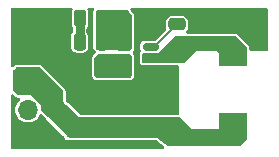
<source format=gbr>
%TF.GenerationSoftware,KiCad,Pcbnew,9.0.6+1*%
%TF.CreationDate,2026-01-19T09:17:55-08:00*%
%TF.ProjectId,yorp,796f7270-2e6b-4696-9361-645f70636258,rev?*%
%TF.SameCoordinates,Original*%
%TF.FileFunction,Copper,L1,Top*%
%TF.FilePolarity,Positive*%
%FSLAX46Y46*%
G04 Gerber Fmt 4.6, Leading zero omitted, Abs format (unit mm)*
G04 Created by KiCad (PCBNEW 9.0.6+1) date 2026-01-19 09:17:55*
%MOMM*%
%LPD*%
G01*
G04 APERTURE LIST*
G04 Aperture macros list*
%AMRoundRect*
0 Rectangle with rounded corners*
0 $1 Rounding radius*
0 $2 $3 $4 $5 $6 $7 $8 $9 X,Y pos of 4 corners*
0 Add a 4 corners polygon primitive as box body*
4,1,4,$2,$3,$4,$5,$6,$7,$8,$9,$2,$3,0*
0 Add four circle primitives for the rounded corners*
1,1,$1+$1,$2,$3*
1,1,$1+$1,$4,$5*
1,1,$1+$1,$6,$7*
1,1,$1+$1,$8,$9*
0 Add four rect primitives between the rounded corners*
20,1,$1+$1,$2,$3,$4,$5,0*
20,1,$1+$1,$4,$5,$6,$7,0*
20,1,$1+$1,$6,$7,$8,$9,0*
20,1,$1+$1,$8,$9,$2,$3,0*%
G04 Aperture macros list end*
%TA.AperFunction,SMDPad,CuDef*%
%ADD10RoundRect,0.250000X0.325000X0.650000X-0.325000X0.650000X-0.325000X-0.650000X0.325000X-0.650000X0*%
%TD*%
%TA.AperFunction,SMDPad,CuDef*%
%ADD11RoundRect,0.250000X-0.262500X-0.450000X0.262500X-0.450000X0.262500X0.450000X-0.262500X0.450000X0*%
%TD*%
%TA.AperFunction,SMDPad,CuDef*%
%ADD12RoundRect,0.250000X0.650000X-0.325000X0.650000X0.325000X-0.650000X0.325000X-0.650000X-0.325000X0*%
%TD*%
%TA.AperFunction,SMDPad,CuDef*%
%ADD13RoundRect,0.250000X0.475000X-0.250000X0.475000X0.250000X-0.475000X0.250000X-0.475000X-0.250000X0*%
%TD*%
%TA.AperFunction,ComponentPad*%
%ADD14R,1.700000X1.700000*%
%TD*%
%TA.AperFunction,ComponentPad*%
%ADD15O,1.700000X1.700000*%
%TD*%
%TA.AperFunction,SMDPad,CuDef*%
%ADD16RoundRect,0.150000X-0.512500X-0.150000X0.512500X-0.150000X0.512500X0.150000X-0.512500X0.150000X0*%
%TD*%
%TA.AperFunction,SMDPad,CuDef*%
%ADD17R,2.400000X1.500000*%
%TD*%
%TA.AperFunction,SMDPad,CuDef*%
%ADD18RoundRect,0.250000X-0.250000X-0.475000X0.250000X-0.475000X0.250000X0.475000X-0.250000X0.475000X0*%
%TD*%
%TA.AperFunction,ViaPad*%
%ADD19C,0.600000*%
%TD*%
%TA.AperFunction,Conductor*%
%ADD20C,0.750000*%
%TD*%
%TA.AperFunction,Conductor*%
%ADD21C,0.200000*%
%TD*%
G04 APERTURE END LIST*
D10*
%TO.P,C7,1*%
%TO.N,/5V*%
X81197037Y-84363625D03*
%TO.P,C7,2*%
%TO.N,GND*%
X78247037Y-84363625D03*
%TD*%
D11*
%TO.P,R1,1*%
%TO.N,/3.6V*%
X79412500Y-80250000D03*
%TO.P,R1,2*%
%TO.N,Net-(U2-FB)*%
X81237500Y-80250000D03*
%TD*%
D12*
%TO.P,C2,1*%
%TO.N,/3.6V*%
X81450000Y-89800000D03*
%TO.P,C2,2*%
%TO.N,GND*%
X81450000Y-86850000D03*
%TD*%
D11*
%TO.P,R2,1*%
%TO.N,Net-(U2-FB)*%
X83062500Y-80250000D03*
%TO.P,R2,2*%
%TO.N,GND*%
X84887500Y-80250000D03*
%TD*%
D12*
%TO.P,C3,1*%
%TO.N,/3.6V*%
X83775000Y-89775000D03*
%TO.P,C3,2*%
%TO.N,GND*%
X83775000Y-86825000D03*
%TD*%
D13*
%TO.P,C5,1*%
%TO.N,Net-(U2-SW)*%
X87625000Y-82675000D03*
%TO.P,C5,2*%
%TO.N,Net-(U2-BST)*%
X87625000Y-80775000D03*
%TD*%
D14*
%TO.P,J1,1,Pin_1*%
%TO.N,GND*%
X75000000Y-82935000D03*
D15*
%TO.P,J1,2,Pin_2*%
%TO.N,/3.6V*%
X75000000Y-85475000D03*
%TO.P,J1,3,Pin_3*%
%TO.N,/5V*%
X75000000Y-88015000D03*
%TD*%
D16*
%TO.P,U2,1,FB*%
%TO.N,Net-(U2-FB)*%
X83112500Y-82650000D03*
%TO.P,U2,2,EN*%
%TO.N,/5V*%
X83112500Y-83600000D03*
%TO.P,U2,3,IN*%
X83112500Y-84550000D03*
%TO.P,U2,4,GND*%
%TO.N,GND*%
X85387500Y-84550000D03*
%TO.P,U2,5,SW*%
%TO.N,Net-(U2-SW)*%
X85387500Y-83600000D03*
%TO.P,U2,6,BST*%
%TO.N,Net-(U2-BST)*%
X85387500Y-82650000D03*
%TD*%
D12*
%TO.P,C4,1*%
%TO.N,/3.6V*%
X86075000Y-89775000D03*
%TO.P,C4,2*%
%TO.N,GND*%
X86075000Y-86825000D03*
%TD*%
%TO.P,C1,1*%
%TO.N,/3.6V*%
X79125000Y-89800000D03*
%TO.P,C1,2*%
%TO.N,GND*%
X79125000Y-86850000D03*
%TD*%
D17*
%TO.P,L1,1*%
%TO.N,Net-(U2-SW)*%
X92350000Y-83500000D03*
%TO.P,L1,2*%
%TO.N,/3.6V*%
X92350000Y-89000000D03*
%TD*%
D18*
%TO.P,C6,1*%
%TO.N,/3.6V*%
X79375000Y-82225000D03*
%TO.P,C6,2*%
%TO.N,Net-(U2-FB)*%
X81275000Y-82225000D03*
%TD*%
D19*
%TO.N,GND*%
X85350000Y-85250000D03*
X76300000Y-88900000D03*
X76200000Y-90300000D03*
X84925000Y-86525000D03*
X80250000Y-81246835D03*
X92050000Y-79750000D03*
X80500000Y-90900000D03*
X86975000Y-79750000D03*
X80425000Y-87650000D03*
X86075000Y-87675000D03*
X74400000Y-80600000D03*
X76900000Y-80600000D03*
X80425000Y-86500000D03*
X84250000Y-90900000D03*
X86500000Y-85250000D03*
X82600000Y-87650000D03*
X82600000Y-86500000D03*
X79500000Y-85825000D03*
X84925000Y-87675000D03*
X79250000Y-90900000D03*
X76350000Y-81300000D03*
X86275000Y-80600000D03*
X77250000Y-83175000D03*
X78000000Y-90900000D03*
X78300000Y-82350000D03*
X89525000Y-79750000D03*
X88250000Y-79750000D03*
X74900000Y-90300000D03*
X76500000Y-83975000D03*
X87250000Y-84750000D03*
X94700000Y-79750000D03*
X75050000Y-81300000D03*
X84250000Y-83000000D03*
X76750000Y-90900000D03*
X84250000Y-85250000D03*
X93425000Y-79750000D03*
X83000000Y-90900000D03*
X75650000Y-80600000D03*
X74250000Y-90900000D03*
X82200000Y-85825000D03*
X90800000Y-79750000D03*
X81750000Y-90900000D03*
X79400000Y-87650000D03*
X75500000Y-90900000D03*
%TO.N,/3.6V*%
X79375000Y-81225000D03*
%TO.N,/5V*%
X82175000Y-84450000D03*
X82175000Y-83700000D03*
%TD*%
D20*
%TO.N,/3.6V*%
X79375000Y-80287500D02*
X79375000Y-82225000D01*
X79412500Y-80250000D02*
X79375000Y-80287500D01*
D21*
X79375000Y-81225000D02*
X79375000Y-82225000D01*
X79412500Y-81187500D02*
X79412500Y-80250000D01*
X79375000Y-81225000D02*
X79412500Y-81187500D01*
%TO.N,Net-(U2-BST)*%
X87575000Y-80800000D02*
X87600000Y-80800000D01*
X87600000Y-80800000D02*
X87625000Y-80775000D01*
X87625000Y-80775000D02*
X87612500Y-80775000D01*
X87612500Y-80775000D02*
X85937500Y-82450000D01*
D20*
%TO.N,/5V*%
X75050000Y-88050000D02*
X75000000Y-88000000D01*
%TD*%
%TA.AperFunction,Conductor*%
%TO.N,/5V*%
G36*
X83717934Y-83322172D02*
G01*
X83763742Y-83374930D01*
X83775000Y-83426555D01*
X83775000Y-85072614D01*
X83770775Y-85104707D01*
X83747803Y-85190442D01*
X83711439Y-85250102D01*
X83648592Y-85280632D01*
X83628009Y-85282349D01*
X80828026Y-85281918D01*
X80760989Y-85262223D01*
X80740067Y-85245301D01*
X80661022Y-85165718D01*
X80627745Y-85104282D01*
X80625000Y-85078335D01*
X80625000Y-83651362D01*
X80644685Y-83584323D01*
X80661319Y-83563681D01*
X80883419Y-83341580D01*
X80944740Y-83308097D01*
X80970971Y-83305263D01*
X83650876Y-83302555D01*
X83717934Y-83322172D01*
G37*
%TD.AperFunction*%
%TD*%
%TA.AperFunction,Conductor*%
%TO.N,Net-(U2-FB)*%
G36*
X83390677Y-79569685D02*
G01*
X83411319Y-79586319D01*
X83738681Y-79913681D01*
X83772166Y-79975004D01*
X83775000Y-80001362D01*
X83775000Y-82822612D01*
X83770772Y-82854717D01*
X83770397Y-82856116D01*
X83738306Y-82911692D01*
X83736317Y-82913681D01*
X83734794Y-82914512D01*
X83734026Y-82915773D01*
X83720098Y-82922536D01*
X83674994Y-82947166D01*
X83648636Y-82950000D01*
X80976362Y-82950000D01*
X80909323Y-82930315D01*
X80888681Y-82913681D01*
X80786319Y-82811319D01*
X80752834Y-82749996D01*
X80750000Y-82723638D01*
X80750000Y-81314593D01*
X80750500Y-81312727D01*
X80750500Y-81180943D01*
X80750000Y-81179076D01*
X80750000Y-79751362D01*
X80769685Y-79684323D01*
X80786319Y-79663681D01*
X80863681Y-79586319D01*
X80925004Y-79552834D01*
X80951362Y-79550000D01*
X83323638Y-79550000D01*
X83390677Y-79569685D01*
G37*
%TD.AperFunction*%
%TD*%
%TA.AperFunction,Conductor*%
%TO.N,/3.6V*%
G36*
X76015677Y-84419685D02*
G01*
X76036319Y-84436319D01*
X77963681Y-86363681D01*
X77997166Y-86425004D01*
X78000000Y-86451362D01*
X78000000Y-87300000D01*
X78043756Y-87343756D01*
X78066705Y-87380277D01*
X78067864Y-87379665D01*
X78072206Y-87387881D01*
X78072207Y-87387882D01*
X78152850Y-87497150D01*
X78228244Y-87552793D01*
X78262118Y-87577793D01*
X78270337Y-87582137D01*
X78269723Y-87583298D01*
X78306243Y-87606243D01*
X79350000Y-88650000D01*
X87898638Y-88650000D01*
X87965677Y-88669685D01*
X87986319Y-88686319D01*
X88900000Y-89600000D01*
X88975000Y-89600000D01*
X91150000Y-89600000D01*
X91150000Y-88386506D01*
X91169685Y-88319467D01*
X91222489Y-88273712D01*
X91273942Y-88262506D01*
X93437948Y-88261535D01*
X93504995Y-88281189D01*
X93550773Y-88333973D01*
X93562002Y-88385583D01*
X93561222Y-90387463D01*
X93541511Y-90454495D01*
X93524903Y-90475096D01*
X92930805Y-91069194D01*
X92869482Y-91102679D01*
X92843009Y-91105513D01*
X86917597Y-91100039D01*
X86850576Y-91080292D01*
X86841418Y-91073790D01*
X86835529Y-91069194D01*
X86580901Y-90870460D01*
X85946094Y-90375000D01*
X85946093Y-90375000D01*
X78526362Y-90375000D01*
X78459323Y-90355315D01*
X78438681Y-90338681D01*
X76711174Y-88611174D01*
X76700500Y-88592686D01*
X76607314Y-88499500D01*
X76588825Y-88488825D01*
X76111319Y-88011319D01*
X76077834Y-87949996D01*
X76075000Y-87923638D01*
X76075000Y-87600000D01*
X75250000Y-86775000D01*
X74176362Y-86775000D01*
X74109323Y-86755315D01*
X74088681Y-86738681D01*
X73786319Y-86436319D01*
X73752834Y-86374996D01*
X73750000Y-86348638D01*
X73750000Y-84701362D01*
X73769685Y-84634323D01*
X73786319Y-84613681D01*
X73963681Y-84436319D01*
X74025004Y-84402834D01*
X74051362Y-84400000D01*
X75948638Y-84400000D01*
X76015677Y-84419685D01*
G37*
%TD.AperFunction*%
%TD*%
%TA.AperFunction,Conductor*%
%TO.N,GND*%
G36*
X73780703Y-86721769D02*
G01*
X73787167Y-86727787D01*
X73874862Y-86815482D01*
X73943375Y-86883995D01*
X73959716Y-86898674D01*
X73959730Y-86898686D01*
X73959738Y-86898693D01*
X73968136Y-86905460D01*
X73980379Y-86915327D01*
X74051424Y-86952490D01*
X74118456Y-86972173D01*
X74118458Y-86972173D01*
X74118464Y-86972175D01*
X74176362Y-86980500D01*
X74250059Y-86980500D01*
X74317098Y-87000185D01*
X74362853Y-87052989D01*
X74372797Y-87122147D01*
X74343772Y-87185703D01*
X74334584Y-87194647D01*
X74334652Y-87194715D01*
X74184025Y-87345341D01*
X74184024Y-87345342D01*
X74069058Y-87517403D01*
X73989870Y-87708579D01*
X73989868Y-87708587D01*
X73949500Y-87911530D01*
X73949500Y-88118469D01*
X73989868Y-88321412D01*
X73989870Y-88321420D01*
X74069058Y-88512596D01*
X74184024Y-88684657D01*
X74330342Y-88830975D01*
X74330345Y-88830977D01*
X74502402Y-88945941D01*
X74693580Y-89025130D01*
X74896530Y-89065499D01*
X74896534Y-89065500D01*
X74896535Y-89065500D01*
X75103466Y-89065500D01*
X75103467Y-89065499D01*
X75306420Y-89025130D01*
X75497598Y-88945941D01*
X75669655Y-88830977D01*
X75815977Y-88684655D01*
X75930941Y-88512598D01*
X75974455Y-88407545D01*
X76018296Y-88353142D01*
X76084590Y-88331077D01*
X76152289Y-88348356D01*
X76176697Y-88367317D01*
X76443515Y-88634135D01*
X76470660Y-88654965D01*
X76482852Y-88665658D01*
X76534344Y-88717150D01*
X76545033Y-88729337D01*
X76565864Y-88756484D01*
X76565865Y-88756485D01*
X78011794Y-90202414D01*
X78041154Y-90249140D01*
X78072206Y-90337880D01*
X78072207Y-90337882D01*
X78152850Y-90447150D01*
X78262118Y-90527793D01*
X78304845Y-90542744D01*
X78390299Y-90572646D01*
X78420730Y-90575500D01*
X78420734Y-90575500D01*
X78482718Y-90575500D01*
X78500364Y-90576761D01*
X78526362Y-90580500D01*
X85832729Y-90580500D01*
X85899768Y-90600185D01*
X85909023Y-90606749D01*
X86518897Y-91082749D01*
X86559634Y-91139514D01*
X86563214Y-91209292D01*
X86528501Y-91269929D01*
X86466517Y-91302172D01*
X86442603Y-91304500D01*
X73699500Y-91304500D01*
X73632461Y-91284815D01*
X73586706Y-91232011D01*
X73575500Y-91180500D01*
X73575500Y-86815482D01*
X73595185Y-86748443D01*
X73647989Y-86702688D01*
X73717147Y-86692744D01*
X73780703Y-86721769D01*
G37*
%TD.AperFunction*%
%TA.AperFunction,Conductor*%
G36*
X78732177Y-79385185D02*
G01*
X78777932Y-79437989D01*
X78787876Y-79507147D01*
X78764909Y-79563133D01*
X78747207Y-79587118D01*
X78747206Y-79587119D01*
X78702353Y-79715298D01*
X78702353Y-79715300D01*
X78699500Y-79745730D01*
X78699500Y-80754269D01*
X78702353Y-80784699D01*
X78702353Y-80784701D01*
X78747206Y-80912880D01*
X78747207Y-80912882D01*
X78775270Y-80950906D01*
X78799241Y-81016533D01*
X78799500Y-81024539D01*
X78799500Y-81391586D01*
X78779815Y-81458625D01*
X78775270Y-81465219D01*
X78722209Y-81537113D01*
X78722206Y-81537119D01*
X78677353Y-81665298D01*
X78677353Y-81665300D01*
X78674500Y-81695730D01*
X78674500Y-82754269D01*
X78677353Y-82784699D01*
X78677353Y-82784701D01*
X78721130Y-82909805D01*
X78722207Y-82912882D01*
X78802850Y-83022150D01*
X78912118Y-83102793D01*
X78930557Y-83109245D01*
X79040299Y-83147646D01*
X79070730Y-83150500D01*
X79070734Y-83150500D01*
X79679270Y-83150500D01*
X79709699Y-83147646D01*
X79709701Y-83147646D01*
X79773790Y-83125219D01*
X79837882Y-83102793D01*
X79947150Y-83022150D01*
X80027793Y-82912882D01*
X80059380Y-82822612D01*
X80072646Y-82784701D01*
X80072646Y-82784699D01*
X80075500Y-82754269D01*
X80075500Y-81695730D01*
X80072646Y-81665300D01*
X80072646Y-81665298D01*
X80039006Y-81569163D01*
X80027793Y-81537118D01*
X80027791Y-81537115D01*
X80027790Y-81537113D01*
X79974730Y-81465219D01*
X79950759Y-81399590D01*
X79950500Y-81391586D01*
X79950500Y-81119176D01*
X79970185Y-81052137D01*
X79991383Y-81029525D01*
X79990579Y-81028721D01*
X79997146Y-81022152D01*
X79997150Y-81022150D01*
X80077793Y-80912882D01*
X80105500Y-80833699D01*
X80122646Y-80784701D01*
X80122646Y-80784699D01*
X80125500Y-80754269D01*
X80125500Y-79745730D01*
X80122646Y-79715300D01*
X80122646Y-79715298D01*
X80077793Y-79587119D01*
X80077793Y-79587118D01*
X80060090Y-79563132D01*
X80036121Y-79497504D01*
X80051437Y-79429334D01*
X80101177Y-79380266D01*
X80159862Y-79365500D01*
X80490138Y-79365500D01*
X80557177Y-79385185D01*
X80602932Y-79437989D01*
X80612876Y-79507147D01*
X80589909Y-79563133D01*
X80572207Y-79587118D01*
X80572206Y-79587119D01*
X80527353Y-79715298D01*
X80527353Y-79715300D01*
X80524500Y-79745730D01*
X80524500Y-80754269D01*
X80527352Y-80784689D01*
X80527355Y-80784703D01*
X80537541Y-80813811D01*
X80544500Y-80854766D01*
X80544500Y-81179078D01*
X80544734Y-81182647D01*
X80545000Y-81190760D01*
X80545000Y-81302908D01*
X80544734Y-81311020D01*
X80544500Y-81314589D01*
X80544500Y-82723638D01*
X80545678Y-82745618D01*
X80548511Y-82771965D01*
X80548512Y-82771967D01*
X80572470Y-82848478D01*
X80572471Y-82848483D01*
X80586872Y-82874855D01*
X80605956Y-82909805D01*
X80605958Y-82909808D01*
X80605960Y-82909811D01*
X80640998Y-82956615D01*
X80641002Y-82956619D01*
X80641009Y-82956629D01*
X80641016Y-82956636D01*
X80685909Y-83001529D01*
X80686561Y-83002185D01*
X80692755Y-83008472D01*
X80702850Y-83022150D01*
X80715236Y-83031291D01*
X80722082Y-83038240D01*
X80734167Y-83060772D01*
X80749631Y-83081136D01*
X80750408Y-83091050D01*
X80755108Y-83099812D01*
X80753093Y-83125298D01*
X80755093Y-83150792D01*
X80750387Y-83159552D01*
X80749604Y-83169464D01*
X80734128Y-83189818D01*
X80722029Y-83212343D01*
X80721431Y-83212946D01*
X80516004Y-83418374D01*
X80501328Y-83434712D01*
X80501306Y-83434739D01*
X80484672Y-83455379D01*
X80447509Y-83526424D01*
X80427826Y-83593456D01*
X80419500Y-83651365D01*
X80419500Y-85078335D01*
X80420639Y-85099955D01*
X80423384Y-85125899D01*
X80447049Y-85202158D01*
X80447050Y-85202159D01*
X80468751Y-85242222D01*
X80480326Y-85263592D01*
X80480329Y-85263596D01*
X80480335Y-85263606D01*
X80515212Y-85310525D01*
X80515216Y-85310530D01*
X80515220Y-85310535D01*
X80515223Y-85310538D01*
X80515229Y-85310545D01*
X80561430Y-85357060D01*
X80594265Y-85390118D01*
X80610835Y-85405080D01*
X80631757Y-85422002D01*
X80703063Y-85459390D01*
X80770100Y-85479085D01*
X80827994Y-85487418D01*
X83627977Y-85487849D01*
X83645092Y-85487138D01*
X83665675Y-85485421D01*
X83738386Y-85465476D01*
X83801233Y-85434946D01*
X83823129Y-85422600D01*
X83886912Y-85357057D01*
X83923276Y-85297397D01*
X83946301Y-85243628D01*
X83969273Y-85157893D01*
X83974517Y-85131529D01*
X83978742Y-85099436D01*
X83980500Y-85072614D01*
X83980500Y-83426555D01*
X83975781Y-83382770D01*
X83964523Y-83331145D01*
X83962004Y-83320869D01*
X83918913Y-83240200D01*
X83918911Y-83240198D01*
X83918909Y-83240194D01*
X83891935Y-83209129D01*
X83862845Y-83145603D01*
X83872718Y-83076435D01*
X83887191Y-83052343D01*
X83916268Y-83014452D01*
X83948359Y-82958876D01*
X83968890Y-82909322D01*
X83969265Y-82907923D01*
X83974513Y-82881548D01*
X83978741Y-82849443D01*
X83980500Y-82822612D01*
X83980500Y-80001362D01*
X83979322Y-79979393D01*
X83976488Y-79953035D01*
X83952529Y-79876518D01*
X83919044Y-79815195D01*
X83883991Y-79768371D01*
X83761292Y-79645672D01*
X83741293Y-79619481D01*
X83735674Y-79609641D01*
X83727793Y-79587118D01*
X83705781Y-79557292D01*
X83702182Y-79550990D01*
X83695716Y-79523777D01*
X83686121Y-79497504D01*
X83687751Y-79490248D01*
X83686032Y-79483012D01*
X83695306Y-79456621D01*
X83701437Y-79429334D01*
X83706730Y-79424111D01*
X83709197Y-79417094D01*
X83731266Y-79399907D01*
X83751177Y-79380266D01*
X83759023Y-79378291D01*
X83764323Y-79374165D01*
X83781681Y-79372590D01*
X83809862Y-79365500D01*
X95200500Y-79365500D01*
X95267539Y-79385185D01*
X95313294Y-79437989D01*
X95324500Y-79489500D01*
X95324500Y-82876000D01*
X95304815Y-82943039D01*
X95252011Y-82988794D01*
X95200500Y-83000000D01*
X93879500Y-83000000D01*
X93873271Y-82998171D01*
X93866890Y-82999357D01*
X93840159Y-82988448D01*
X93812461Y-82980315D01*
X93808210Y-82975410D01*
X93802200Y-82972957D01*
X93785608Y-82949325D01*
X93766706Y-82927511D01*
X93764854Y-82919765D01*
X93762052Y-82915774D01*
X93757957Y-82890917D01*
X93755604Y-82881074D01*
X93755500Y-82878534D01*
X93755500Y-82818413D01*
X93754541Y-82798586D01*
X93752233Y-82774776D01*
X93751092Y-82770922D01*
X93750604Y-82758990D01*
X93750881Y-82757877D01*
X93750500Y-82753916D01*
X93750500Y-82730249D01*
X93750499Y-82730247D01*
X93738868Y-82671770D01*
X93738867Y-82671769D01*
X93694554Y-82605450D01*
X93694552Y-82605449D01*
X93694552Y-82605448D01*
X93673279Y-82591233D01*
X93660550Y-82582728D01*
X93639942Y-82565450D01*
X92757898Y-81645597D01*
X92757869Y-81645569D01*
X92740179Y-81629171D01*
X92740178Y-81629170D01*
X92740168Y-81629162D01*
X92740164Y-81629158D01*
X92717678Y-81610650D01*
X92717677Y-81610649D01*
X92644932Y-81572126D01*
X92577888Y-81552457D01*
X92577890Y-81552457D01*
X92526580Y-81545093D01*
X92519990Y-81544147D01*
X92519989Y-81544147D01*
X88521720Y-81545093D01*
X88454676Y-81525424D01*
X88408909Y-81472631D01*
X88398949Y-81403475D01*
X88421921Y-81347459D01*
X88422147Y-81347151D01*
X88422150Y-81347150D01*
X88502793Y-81237882D01*
X88544330Y-81119176D01*
X88547646Y-81109701D01*
X88547646Y-81109699D01*
X88550500Y-81079269D01*
X88550500Y-80470730D01*
X88547646Y-80440300D01*
X88547646Y-80440298D01*
X88502793Y-80312119D01*
X88502792Y-80312117D01*
X88422150Y-80202850D01*
X88312882Y-80122207D01*
X88312880Y-80122206D01*
X88184700Y-80077353D01*
X88154270Y-80074500D01*
X88154266Y-80074500D01*
X87095734Y-80074500D01*
X87095730Y-80074500D01*
X87065300Y-80077353D01*
X87065298Y-80077353D01*
X86937119Y-80122206D01*
X86937117Y-80122207D01*
X86827850Y-80202850D01*
X86747207Y-80312117D01*
X86747206Y-80312119D01*
X86702353Y-80440298D01*
X86702353Y-80440300D01*
X86699500Y-80470730D01*
X86699500Y-81079269D01*
X86702353Y-81109699D01*
X86702353Y-81109700D01*
X86715625Y-81147629D01*
X86719186Y-81217408D01*
X86686264Y-81276263D01*
X85849348Y-82113181D01*
X85788025Y-82146666D01*
X85761667Y-82149500D01*
X84841739Y-82149500D01*
X84773608Y-82159426D01*
X84668514Y-82210803D01*
X84585803Y-82293514D01*
X84534426Y-82398608D01*
X84524500Y-82466739D01*
X84524500Y-82833260D01*
X84534426Y-82901392D01*
X84560270Y-82954256D01*
X84572030Y-83023129D01*
X84561113Y-83061420D01*
X84555093Y-83074240D01*
X84527565Y-83109245D01*
X84513648Y-83133349D01*
X84500835Y-83159723D01*
X84487717Y-83192489D01*
X84481466Y-83229651D01*
X84480651Y-83229433D01*
X84478562Y-83237231D01*
X84476498Y-83244932D01*
X84476498Y-83244933D01*
X84469500Y-83298100D01*
X84469500Y-83916007D01*
X84474197Y-83959686D01*
X84485397Y-84011174D01*
X84487890Y-84021372D01*
X84487891Y-84021375D01*
X84530899Y-84102083D01*
X84530901Y-84102086D01*
X84576660Y-84154895D01*
X84594242Y-84172839D01*
X84594246Y-84172843D01*
X84594247Y-84172844D01*
X84594249Y-84172845D01*
X84674059Y-84217488D01*
X84674063Y-84217490D01*
X84741102Y-84237175D01*
X84799000Y-84245500D01*
X87676000Y-84245500D01*
X87743039Y-84265185D01*
X87788794Y-84317989D01*
X87800000Y-84369500D01*
X87800000Y-88320500D01*
X87780315Y-88387539D01*
X87727511Y-88433294D01*
X87676000Y-88444500D01*
X79486482Y-88444500D01*
X79419443Y-88424815D01*
X79398801Y-88408181D01*
X78451550Y-87460930D01*
X78415578Y-87432244D01*
X78415575Y-87432242D01*
X78415569Y-87432237D01*
X78415562Y-87432232D01*
X78415557Y-87432229D01*
X78388507Y-87415233D01*
X78380846Y-87410010D01*
X78314840Y-87361297D01*
X78288701Y-87335158D01*
X78240008Y-87269179D01*
X78234787Y-87261522D01*
X78224508Y-87245164D01*
X78205500Y-87179189D01*
X78205500Y-86451361D01*
X78204321Y-86429381D01*
X78201488Y-86403034D01*
X78201487Y-86403032D01*
X78177529Y-86326518D01*
X78144044Y-86265195D01*
X78108991Y-86218371D01*
X77154204Y-85263584D01*
X76181634Y-84291013D01*
X76181633Y-84291012D01*
X76165283Y-84276325D01*
X76165269Y-84276313D01*
X76144620Y-84259672D01*
X76073575Y-84222509D01*
X76006543Y-84202826D01*
X76005894Y-84202732D01*
X75948638Y-84194500D01*
X74051362Y-84194500D01*
X74051361Y-84194500D01*
X74029381Y-84195678D01*
X74003034Y-84198511D01*
X74003032Y-84198512D01*
X73926521Y-84222470D01*
X73926516Y-84222471D01*
X73865188Y-84255960D01*
X73818384Y-84290998D01*
X73818370Y-84291010D01*
X73787180Y-84322200D01*
X73725856Y-84355684D01*
X73656165Y-84350698D01*
X73600232Y-84308826D01*
X73575816Y-84243361D01*
X73575500Y-84234517D01*
X73575500Y-79489500D01*
X73595185Y-79422461D01*
X73647989Y-79376706D01*
X73699500Y-79365500D01*
X78665138Y-79365500D01*
X78732177Y-79385185D01*
G37*
%TD.AperFunction*%
%TD*%
%TA.AperFunction,Conductor*%
%TO.N,Net-(U2-SW)*%
G36*
X92587082Y-81769316D02*
G01*
X92609568Y-81787824D01*
X93515501Y-82732590D01*
X93547692Y-82794603D01*
X93550000Y-82818413D01*
X93550000Y-84126000D01*
X93530315Y-84193039D01*
X93477511Y-84238794D01*
X93426000Y-84250000D01*
X91274000Y-84250000D01*
X91206961Y-84230315D01*
X91161206Y-84177511D01*
X91150000Y-84126000D01*
X91150000Y-83200000D01*
X90950000Y-83000000D01*
X89225000Y-83000000D01*
X88937744Y-83298104D01*
X88259422Y-84002042D01*
X88198730Y-84036657D01*
X88170131Y-84040000D01*
X84799000Y-84040000D01*
X84731961Y-84020315D01*
X84686206Y-83967511D01*
X84675000Y-83916000D01*
X84675000Y-83298104D01*
X84679150Y-83282614D01*
X84678496Y-83268868D01*
X84691614Y-83236102D01*
X84705531Y-83211998D01*
X84756099Y-83163783D01*
X84812917Y-83150000D01*
X84830358Y-83150000D01*
X84839326Y-83150325D01*
X84841739Y-83150500D01*
X84841740Y-83150500D01*
X85933261Y-83150500D01*
X85935674Y-83150325D01*
X85944642Y-83150000D01*
X86049353Y-83150000D01*
X87436797Y-81786390D01*
X87498405Y-81753440D01*
X87523673Y-81750830D01*
X92520039Y-81749647D01*
X92587082Y-81769316D01*
G37*
%TD.AperFunction*%
%TD*%
M02*

</source>
